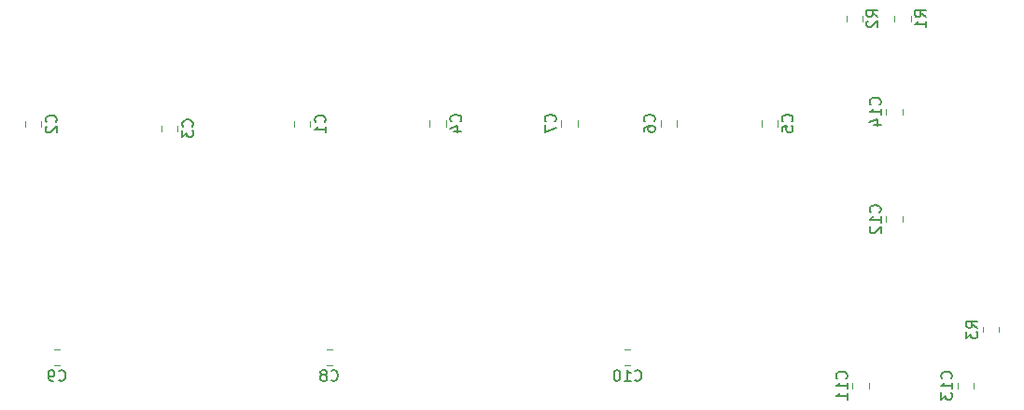
<source format=gbo>
G04 #@! TF.GenerationSoftware,KiCad,Pcbnew,(5.1.12-1-10_14)*
G04 #@! TF.CreationDate,2023-11-15T20:51:55-07:00*
G04 #@! TF.ProjectId,GenMemBlock,47656e4d-656d-4426-9c6f-636b2e6b6963,rev?*
G04 #@! TF.SameCoordinates,Original*
G04 #@! TF.FileFunction,Legend,Bot*
G04 #@! TF.FilePolarity,Positive*
%FSLAX46Y46*%
G04 Gerber Fmt 4.6, Leading zero omitted, Abs format (unit mm)*
G04 Created by KiCad (PCBNEW (5.1.12-1-10_14)) date 2023-11-15 20:51:55*
%MOMM*%
%LPD*%
G01*
G04 APERTURE LIST*
%ADD10C,0.120000*%
%ADD11C,0.150000*%
%ADD12O,1.700000X1.700000*%
%ADD13R,1.700000X1.700000*%
%ADD14R,1.778000X6.985000*%
G04 APERTURE END LIST*
D10*
X116559000Y-83304748D02*
X116559000Y-83827252D01*
X115089000Y-83304748D02*
X115089000Y-83827252D01*
X121566000Y-108196748D02*
X121566000Y-108719252D01*
X123036000Y-108196748D02*
X123036000Y-108719252D01*
X115089000Y-93083748D02*
X115089000Y-93606252D01*
X116559000Y-93083748D02*
X116559000Y-93606252D01*
X112041000Y-108196748D02*
X112041000Y-108719252D01*
X113511000Y-108196748D02*
X113511000Y-108719252D01*
X123826600Y-103150936D02*
X123826600Y-103605064D01*
X125296600Y-103150936D02*
X125296600Y-103605064D01*
X38454000Y-84952252D02*
X38454000Y-84429748D01*
X36984000Y-84952252D02*
X36984000Y-84429748D01*
X75157000Y-84901452D02*
X75157000Y-84378948D01*
X73687000Y-84901452D02*
X73687000Y-84378948D01*
X94616600Y-84378948D02*
X94616600Y-84901452D01*
X96086600Y-84378948D02*
X96086600Y-84901452D01*
X91381948Y-106653000D02*
X91904452Y-106653000D01*
X91381948Y-105183000D02*
X91904452Y-105183000D01*
X39616748Y-106653000D02*
X40139252Y-106653000D01*
X39616748Y-105183000D02*
X40139252Y-105183000D01*
X64305548Y-106653000D02*
X64828052Y-106653000D01*
X64305548Y-105183000D02*
X64828052Y-105183000D01*
X85625000Y-84378948D02*
X85625000Y-84901452D01*
X87095000Y-84378948D02*
X87095000Y-84901452D01*
X105230600Y-84901452D02*
X105230600Y-84378948D01*
X103760600Y-84901452D02*
X103760600Y-84378948D01*
X50836500Y-85351252D02*
X50836500Y-84828748D01*
X49366500Y-85351252D02*
X49366500Y-84828748D01*
X62850700Y-84952252D02*
X62850700Y-84429748D01*
X61380700Y-84952252D02*
X61380700Y-84429748D01*
X112952200Y-75360264D02*
X112952200Y-74906136D01*
X111482200Y-75360264D02*
X111482200Y-74906136D01*
X117321000Y-75360264D02*
X117321000Y-74906136D01*
X115851000Y-75360264D02*
X115851000Y-74906136D01*
D11*
X114501142Y-82923142D02*
X114548761Y-82875523D01*
X114596380Y-82732666D01*
X114596380Y-82637428D01*
X114548761Y-82494571D01*
X114453523Y-82399333D01*
X114358285Y-82351714D01*
X114167809Y-82304095D01*
X114024952Y-82304095D01*
X113834476Y-82351714D01*
X113739238Y-82399333D01*
X113644000Y-82494571D01*
X113596380Y-82637428D01*
X113596380Y-82732666D01*
X113644000Y-82875523D01*
X113691619Y-82923142D01*
X114596380Y-83875523D02*
X114596380Y-83304095D01*
X114596380Y-83589809D02*
X113596380Y-83589809D01*
X113739238Y-83494571D01*
X113834476Y-83399333D01*
X113882095Y-83304095D01*
X113929714Y-84732666D02*
X114596380Y-84732666D01*
X113548761Y-84494571D02*
X114263047Y-84256476D01*
X114263047Y-84875523D01*
X120978142Y-107815142D02*
X121025761Y-107767523D01*
X121073380Y-107624666D01*
X121073380Y-107529428D01*
X121025761Y-107386571D01*
X120930523Y-107291333D01*
X120835285Y-107243714D01*
X120644809Y-107196095D01*
X120501952Y-107196095D01*
X120311476Y-107243714D01*
X120216238Y-107291333D01*
X120121000Y-107386571D01*
X120073380Y-107529428D01*
X120073380Y-107624666D01*
X120121000Y-107767523D01*
X120168619Y-107815142D01*
X121073380Y-108767523D02*
X121073380Y-108196095D01*
X121073380Y-108481809D02*
X120073380Y-108481809D01*
X120216238Y-108386571D01*
X120311476Y-108291333D01*
X120359095Y-108196095D01*
X120073380Y-109100857D02*
X120073380Y-109719904D01*
X120454333Y-109386571D01*
X120454333Y-109529428D01*
X120501952Y-109624666D01*
X120549571Y-109672285D01*
X120644809Y-109719904D01*
X120882904Y-109719904D01*
X120978142Y-109672285D01*
X121025761Y-109624666D01*
X121073380Y-109529428D01*
X121073380Y-109243714D01*
X121025761Y-109148476D01*
X120978142Y-109100857D01*
X114501142Y-92702142D02*
X114548761Y-92654523D01*
X114596380Y-92511666D01*
X114596380Y-92416428D01*
X114548761Y-92273571D01*
X114453523Y-92178333D01*
X114358285Y-92130714D01*
X114167809Y-92083095D01*
X114024952Y-92083095D01*
X113834476Y-92130714D01*
X113739238Y-92178333D01*
X113644000Y-92273571D01*
X113596380Y-92416428D01*
X113596380Y-92511666D01*
X113644000Y-92654523D01*
X113691619Y-92702142D01*
X114596380Y-93654523D02*
X114596380Y-93083095D01*
X114596380Y-93368809D02*
X113596380Y-93368809D01*
X113739238Y-93273571D01*
X113834476Y-93178333D01*
X113882095Y-93083095D01*
X113691619Y-94035476D02*
X113644000Y-94083095D01*
X113596380Y-94178333D01*
X113596380Y-94416428D01*
X113644000Y-94511666D01*
X113691619Y-94559285D01*
X113786857Y-94606904D01*
X113882095Y-94606904D01*
X114024952Y-94559285D01*
X114596380Y-93987857D01*
X114596380Y-94606904D01*
X111453142Y-107815142D02*
X111500761Y-107767523D01*
X111548380Y-107624666D01*
X111548380Y-107529428D01*
X111500761Y-107386571D01*
X111405523Y-107291333D01*
X111310285Y-107243714D01*
X111119809Y-107196095D01*
X110976952Y-107196095D01*
X110786476Y-107243714D01*
X110691238Y-107291333D01*
X110596000Y-107386571D01*
X110548380Y-107529428D01*
X110548380Y-107624666D01*
X110596000Y-107767523D01*
X110643619Y-107815142D01*
X111548380Y-108767523D02*
X111548380Y-108196095D01*
X111548380Y-108481809D02*
X110548380Y-108481809D01*
X110691238Y-108386571D01*
X110786476Y-108291333D01*
X110834095Y-108196095D01*
X111548380Y-109719904D02*
X111548380Y-109148476D01*
X111548380Y-109434190D02*
X110548380Y-109434190D01*
X110691238Y-109338952D01*
X110786476Y-109243714D01*
X110834095Y-109148476D01*
X123363980Y-103211333D02*
X122887790Y-102878000D01*
X123363980Y-102639904D02*
X122363980Y-102639904D01*
X122363980Y-103020857D01*
X122411600Y-103116095D01*
X122459219Y-103163714D01*
X122554457Y-103211333D01*
X122697314Y-103211333D01*
X122792552Y-103163714D01*
X122840171Y-103116095D01*
X122887790Y-103020857D01*
X122887790Y-102639904D01*
X122363980Y-103544666D02*
X122363980Y-104163714D01*
X122744933Y-103830380D01*
X122744933Y-103973238D01*
X122792552Y-104068476D01*
X122840171Y-104116095D01*
X122935409Y-104163714D01*
X123173504Y-104163714D01*
X123268742Y-104116095D01*
X123316361Y-104068476D01*
X123363980Y-103973238D01*
X123363980Y-103687523D01*
X123316361Y-103592285D01*
X123268742Y-103544666D01*
X39756142Y-84524333D02*
X39803761Y-84476714D01*
X39851380Y-84333857D01*
X39851380Y-84238619D01*
X39803761Y-84095761D01*
X39708523Y-84000523D01*
X39613285Y-83952904D01*
X39422809Y-83905285D01*
X39279952Y-83905285D01*
X39089476Y-83952904D01*
X38994238Y-84000523D01*
X38899000Y-84095761D01*
X38851380Y-84238619D01*
X38851380Y-84333857D01*
X38899000Y-84476714D01*
X38946619Y-84524333D01*
X38946619Y-84905285D02*
X38899000Y-84952904D01*
X38851380Y-85048142D01*
X38851380Y-85286238D01*
X38899000Y-85381476D01*
X38946619Y-85429095D01*
X39041857Y-85476714D01*
X39137095Y-85476714D01*
X39279952Y-85429095D01*
X39851380Y-84857666D01*
X39851380Y-85476714D01*
X76459142Y-84473533D02*
X76506761Y-84425914D01*
X76554380Y-84283057D01*
X76554380Y-84187819D01*
X76506761Y-84044961D01*
X76411523Y-83949723D01*
X76316285Y-83902104D01*
X76125809Y-83854485D01*
X75982952Y-83854485D01*
X75792476Y-83902104D01*
X75697238Y-83949723D01*
X75602000Y-84044961D01*
X75554380Y-84187819D01*
X75554380Y-84283057D01*
X75602000Y-84425914D01*
X75649619Y-84473533D01*
X75887714Y-85330676D02*
X76554380Y-85330676D01*
X75506761Y-85092580D02*
X76221047Y-84854485D01*
X76221047Y-85473533D01*
X94028742Y-84473533D02*
X94076361Y-84425914D01*
X94123980Y-84283057D01*
X94123980Y-84187819D01*
X94076361Y-84044961D01*
X93981123Y-83949723D01*
X93885885Y-83902104D01*
X93695409Y-83854485D01*
X93552552Y-83854485D01*
X93362076Y-83902104D01*
X93266838Y-83949723D01*
X93171600Y-84044961D01*
X93123980Y-84187819D01*
X93123980Y-84283057D01*
X93171600Y-84425914D01*
X93219219Y-84473533D01*
X93123980Y-85330676D02*
X93123980Y-85140200D01*
X93171600Y-85044961D01*
X93219219Y-84997342D01*
X93362076Y-84902104D01*
X93552552Y-84854485D01*
X93933504Y-84854485D01*
X94028742Y-84902104D01*
X94076361Y-84949723D01*
X94123980Y-85044961D01*
X94123980Y-85235438D01*
X94076361Y-85330676D01*
X94028742Y-85378295D01*
X93933504Y-85425914D01*
X93695409Y-85425914D01*
X93600171Y-85378295D01*
X93552552Y-85330676D01*
X93504933Y-85235438D01*
X93504933Y-85044961D01*
X93552552Y-84949723D01*
X93600171Y-84902104D01*
X93695409Y-84854485D01*
X92286057Y-107955142D02*
X92333676Y-108002761D01*
X92476533Y-108050380D01*
X92571771Y-108050380D01*
X92714628Y-108002761D01*
X92809866Y-107907523D01*
X92857485Y-107812285D01*
X92905104Y-107621809D01*
X92905104Y-107478952D01*
X92857485Y-107288476D01*
X92809866Y-107193238D01*
X92714628Y-107098000D01*
X92571771Y-107050380D01*
X92476533Y-107050380D01*
X92333676Y-107098000D01*
X92286057Y-107145619D01*
X91333676Y-108050380D02*
X91905104Y-108050380D01*
X91619390Y-108050380D02*
X91619390Y-107050380D01*
X91714628Y-107193238D01*
X91809866Y-107288476D01*
X91905104Y-107336095D01*
X90714628Y-107050380D02*
X90619390Y-107050380D01*
X90524152Y-107098000D01*
X90476533Y-107145619D01*
X90428914Y-107240857D01*
X90381295Y-107431333D01*
X90381295Y-107669428D01*
X90428914Y-107859904D01*
X90476533Y-107955142D01*
X90524152Y-108002761D01*
X90619390Y-108050380D01*
X90714628Y-108050380D01*
X90809866Y-108002761D01*
X90857485Y-107955142D01*
X90905104Y-107859904D01*
X90952723Y-107669428D01*
X90952723Y-107431333D01*
X90905104Y-107240857D01*
X90857485Y-107145619D01*
X90809866Y-107098000D01*
X90714628Y-107050380D01*
X40044666Y-107955142D02*
X40092285Y-108002761D01*
X40235142Y-108050380D01*
X40330380Y-108050380D01*
X40473238Y-108002761D01*
X40568476Y-107907523D01*
X40616095Y-107812285D01*
X40663714Y-107621809D01*
X40663714Y-107478952D01*
X40616095Y-107288476D01*
X40568476Y-107193238D01*
X40473238Y-107098000D01*
X40330380Y-107050380D01*
X40235142Y-107050380D01*
X40092285Y-107098000D01*
X40044666Y-107145619D01*
X39568476Y-108050380D02*
X39378000Y-108050380D01*
X39282761Y-108002761D01*
X39235142Y-107955142D01*
X39139904Y-107812285D01*
X39092285Y-107621809D01*
X39092285Y-107240857D01*
X39139904Y-107145619D01*
X39187523Y-107098000D01*
X39282761Y-107050380D01*
X39473238Y-107050380D01*
X39568476Y-107098000D01*
X39616095Y-107145619D01*
X39663714Y-107240857D01*
X39663714Y-107478952D01*
X39616095Y-107574190D01*
X39568476Y-107621809D01*
X39473238Y-107669428D01*
X39282761Y-107669428D01*
X39187523Y-107621809D01*
X39139904Y-107574190D01*
X39092285Y-107478952D01*
X64733466Y-107955142D02*
X64781085Y-108002761D01*
X64923942Y-108050380D01*
X65019180Y-108050380D01*
X65162038Y-108002761D01*
X65257276Y-107907523D01*
X65304895Y-107812285D01*
X65352514Y-107621809D01*
X65352514Y-107478952D01*
X65304895Y-107288476D01*
X65257276Y-107193238D01*
X65162038Y-107098000D01*
X65019180Y-107050380D01*
X64923942Y-107050380D01*
X64781085Y-107098000D01*
X64733466Y-107145619D01*
X64162038Y-107478952D02*
X64257276Y-107431333D01*
X64304895Y-107383714D01*
X64352514Y-107288476D01*
X64352514Y-107240857D01*
X64304895Y-107145619D01*
X64257276Y-107098000D01*
X64162038Y-107050380D01*
X63971561Y-107050380D01*
X63876323Y-107098000D01*
X63828704Y-107145619D01*
X63781085Y-107240857D01*
X63781085Y-107288476D01*
X63828704Y-107383714D01*
X63876323Y-107431333D01*
X63971561Y-107478952D01*
X64162038Y-107478952D01*
X64257276Y-107526571D01*
X64304895Y-107574190D01*
X64352514Y-107669428D01*
X64352514Y-107859904D01*
X64304895Y-107955142D01*
X64257276Y-108002761D01*
X64162038Y-108050380D01*
X63971561Y-108050380D01*
X63876323Y-108002761D01*
X63828704Y-107955142D01*
X63781085Y-107859904D01*
X63781085Y-107669428D01*
X63828704Y-107574190D01*
X63876323Y-107526571D01*
X63971561Y-107478952D01*
X85037142Y-84473533D02*
X85084761Y-84425914D01*
X85132380Y-84283057D01*
X85132380Y-84187819D01*
X85084761Y-84044961D01*
X84989523Y-83949723D01*
X84894285Y-83902104D01*
X84703809Y-83854485D01*
X84560952Y-83854485D01*
X84370476Y-83902104D01*
X84275238Y-83949723D01*
X84180000Y-84044961D01*
X84132380Y-84187819D01*
X84132380Y-84283057D01*
X84180000Y-84425914D01*
X84227619Y-84473533D01*
X84132380Y-84806866D02*
X84132380Y-85473533D01*
X85132380Y-85044961D01*
X106532742Y-84473533D02*
X106580361Y-84425914D01*
X106627980Y-84283057D01*
X106627980Y-84187819D01*
X106580361Y-84044961D01*
X106485123Y-83949723D01*
X106389885Y-83902104D01*
X106199409Y-83854485D01*
X106056552Y-83854485D01*
X105866076Y-83902104D01*
X105770838Y-83949723D01*
X105675600Y-84044961D01*
X105627980Y-84187819D01*
X105627980Y-84283057D01*
X105675600Y-84425914D01*
X105723219Y-84473533D01*
X105627980Y-85378295D02*
X105627980Y-84902104D01*
X106104171Y-84854485D01*
X106056552Y-84902104D01*
X106008933Y-84997342D01*
X106008933Y-85235438D01*
X106056552Y-85330676D01*
X106104171Y-85378295D01*
X106199409Y-85425914D01*
X106437504Y-85425914D01*
X106532742Y-85378295D01*
X106580361Y-85330676D01*
X106627980Y-85235438D01*
X106627980Y-84997342D01*
X106580361Y-84902104D01*
X106532742Y-84854485D01*
X52138642Y-84923333D02*
X52186261Y-84875714D01*
X52233880Y-84732857D01*
X52233880Y-84637619D01*
X52186261Y-84494761D01*
X52091023Y-84399523D01*
X51995785Y-84351904D01*
X51805309Y-84304285D01*
X51662452Y-84304285D01*
X51471976Y-84351904D01*
X51376738Y-84399523D01*
X51281500Y-84494761D01*
X51233880Y-84637619D01*
X51233880Y-84732857D01*
X51281500Y-84875714D01*
X51329119Y-84923333D01*
X51233880Y-85256666D02*
X51233880Y-85875714D01*
X51614833Y-85542380D01*
X51614833Y-85685238D01*
X51662452Y-85780476D01*
X51710071Y-85828095D01*
X51805309Y-85875714D01*
X52043404Y-85875714D01*
X52138642Y-85828095D01*
X52186261Y-85780476D01*
X52233880Y-85685238D01*
X52233880Y-85399523D01*
X52186261Y-85304285D01*
X52138642Y-85256666D01*
X64152842Y-84524333D02*
X64200461Y-84476714D01*
X64248080Y-84333857D01*
X64248080Y-84238619D01*
X64200461Y-84095761D01*
X64105223Y-84000523D01*
X64009985Y-83952904D01*
X63819509Y-83905285D01*
X63676652Y-83905285D01*
X63486176Y-83952904D01*
X63390938Y-84000523D01*
X63295700Y-84095761D01*
X63248080Y-84238619D01*
X63248080Y-84333857D01*
X63295700Y-84476714D01*
X63343319Y-84524333D01*
X64248080Y-85476714D02*
X64248080Y-84905285D01*
X64248080Y-85191000D02*
X63248080Y-85191000D01*
X63390938Y-85095761D01*
X63486176Y-85000523D01*
X63533795Y-84905285D01*
X114319580Y-74966533D02*
X113843390Y-74633200D01*
X114319580Y-74395104D02*
X113319580Y-74395104D01*
X113319580Y-74776057D01*
X113367200Y-74871295D01*
X113414819Y-74918914D01*
X113510057Y-74966533D01*
X113652914Y-74966533D01*
X113748152Y-74918914D01*
X113795771Y-74871295D01*
X113843390Y-74776057D01*
X113843390Y-74395104D01*
X113414819Y-75347485D02*
X113367200Y-75395104D01*
X113319580Y-75490342D01*
X113319580Y-75728438D01*
X113367200Y-75823676D01*
X113414819Y-75871295D01*
X113510057Y-75918914D01*
X113605295Y-75918914D01*
X113748152Y-75871295D01*
X114319580Y-75299866D01*
X114319580Y-75918914D01*
X118688380Y-74966533D02*
X118212190Y-74633200D01*
X118688380Y-74395104D02*
X117688380Y-74395104D01*
X117688380Y-74776057D01*
X117736000Y-74871295D01*
X117783619Y-74918914D01*
X117878857Y-74966533D01*
X118021714Y-74966533D01*
X118116952Y-74918914D01*
X118164571Y-74871295D01*
X118212190Y-74776057D01*
X118212190Y-74395104D01*
X118688380Y-75918914D02*
X118688380Y-75347485D01*
X118688380Y-75633200D02*
X117688380Y-75633200D01*
X117831238Y-75537961D01*
X117926476Y-75442723D01*
X117974095Y-75347485D01*
%LPC*%
D12*
X126238000Y-66040000D03*
X123698000Y-66040000D03*
X121158000Y-66040000D03*
X118618000Y-66040000D03*
X116078000Y-66040000D03*
X113538000Y-66040000D03*
D13*
X110998000Y-66040000D03*
D12*
X122037000Y-74140000D03*
X124577000Y-74140000D03*
X122037000Y-76680000D03*
X124577000Y-76680000D03*
X122037000Y-79220000D03*
X124577000Y-79220000D03*
X122037000Y-81760000D03*
X124577000Y-81760000D03*
X122037000Y-84300000D03*
X124577000Y-84300000D03*
X122037000Y-86840000D03*
X124577000Y-86840000D03*
X122037000Y-89380000D03*
X124577000Y-89380000D03*
X122037000Y-91920000D03*
X124577000Y-91920000D03*
X122037000Y-94460000D03*
X124577000Y-94460000D03*
X122037000Y-97000000D03*
D13*
X124577000Y-97000000D03*
G36*
G01*
X115349000Y-84016000D02*
X116299000Y-84016000D01*
G75*
G02*
X116549000Y-84266000I0J-250000D01*
G01*
X116549000Y-84941000D01*
G75*
G02*
X116299000Y-85191000I-250000J0D01*
G01*
X115349000Y-85191000D01*
G75*
G02*
X115099000Y-84941000I0J250000D01*
G01*
X115099000Y-84266000D01*
G75*
G02*
X115349000Y-84016000I250000J0D01*
G01*
G37*
G36*
G01*
X115349000Y-81941000D02*
X116299000Y-81941000D01*
G75*
G02*
X116549000Y-82191000I0J-250000D01*
G01*
X116549000Y-82866000D01*
G75*
G02*
X116299000Y-83116000I-250000J0D01*
G01*
X115349000Y-83116000D01*
G75*
G02*
X115099000Y-82866000I0J250000D01*
G01*
X115099000Y-82191000D01*
G75*
G02*
X115349000Y-81941000I250000J0D01*
G01*
G37*
G36*
G01*
X121826000Y-108908000D02*
X122776000Y-108908000D01*
G75*
G02*
X123026000Y-109158000I0J-250000D01*
G01*
X123026000Y-109833000D01*
G75*
G02*
X122776000Y-110083000I-250000J0D01*
G01*
X121826000Y-110083000D01*
G75*
G02*
X121576000Y-109833000I0J250000D01*
G01*
X121576000Y-109158000D01*
G75*
G02*
X121826000Y-108908000I250000J0D01*
G01*
G37*
G36*
G01*
X121826000Y-106833000D02*
X122776000Y-106833000D01*
G75*
G02*
X123026000Y-107083000I0J-250000D01*
G01*
X123026000Y-107758000D01*
G75*
G02*
X122776000Y-108008000I-250000J0D01*
G01*
X121826000Y-108008000D01*
G75*
G02*
X121576000Y-107758000I0J250000D01*
G01*
X121576000Y-107083000D01*
G75*
G02*
X121826000Y-106833000I250000J0D01*
G01*
G37*
G36*
G01*
X115349000Y-93795000D02*
X116299000Y-93795000D01*
G75*
G02*
X116549000Y-94045000I0J-250000D01*
G01*
X116549000Y-94720000D01*
G75*
G02*
X116299000Y-94970000I-250000J0D01*
G01*
X115349000Y-94970000D01*
G75*
G02*
X115099000Y-94720000I0J250000D01*
G01*
X115099000Y-94045000D01*
G75*
G02*
X115349000Y-93795000I250000J0D01*
G01*
G37*
G36*
G01*
X115349000Y-91720000D02*
X116299000Y-91720000D01*
G75*
G02*
X116549000Y-91970000I0J-250000D01*
G01*
X116549000Y-92645000D01*
G75*
G02*
X116299000Y-92895000I-250000J0D01*
G01*
X115349000Y-92895000D01*
G75*
G02*
X115099000Y-92645000I0J250000D01*
G01*
X115099000Y-91970000D01*
G75*
G02*
X115349000Y-91720000I250000J0D01*
G01*
G37*
G36*
G01*
X112301000Y-108908000D02*
X113251000Y-108908000D01*
G75*
G02*
X113501000Y-109158000I0J-250000D01*
G01*
X113501000Y-109833000D01*
G75*
G02*
X113251000Y-110083000I-250000J0D01*
G01*
X112301000Y-110083000D01*
G75*
G02*
X112051000Y-109833000I0J250000D01*
G01*
X112051000Y-109158000D01*
G75*
G02*
X112301000Y-108908000I250000J0D01*
G01*
G37*
G36*
G01*
X112301000Y-106833000D02*
X113251000Y-106833000D01*
G75*
G02*
X113501000Y-107083000I0J-250000D01*
G01*
X113501000Y-107758000D01*
G75*
G02*
X113251000Y-108008000I-250000J0D01*
G01*
X112301000Y-108008000D01*
G75*
G02*
X112051000Y-107758000I0J250000D01*
G01*
X112051000Y-107083000D01*
G75*
G02*
X112301000Y-106833000I250000J0D01*
G01*
G37*
D14*
X40640000Y-130810000D03*
X45720000Y-130810000D03*
X48260000Y-130810000D03*
X43180000Y-130810000D03*
X50800000Y-130810000D03*
X114300000Y-130810000D03*
X111760000Y-130810000D03*
X116840000Y-130810000D03*
X109220000Y-130810000D03*
X119380000Y-130810000D03*
X53340000Y-130810000D03*
X55880000Y-130810000D03*
X58420000Y-130810000D03*
X60960000Y-130810000D03*
X63500000Y-130810000D03*
X66040000Y-130810000D03*
X68580000Y-130810000D03*
X71120000Y-130810000D03*
X73660000Y-130810000D03*
X76200000Y-130810000D03*
X78740000Y-130810000D03*
X81280000Y-130810000D03*
X83820000Y-130810000D03*
X86360000Y-130810000D03*
X88900000Y-130810000D03*
X91440000Y-130810000D03*
X93980000Y-130810000D03*
X96520000Y-130810000D03*
X99060000Y-130810000D03*
X101600000Y-130810000D03*
X104140000Y-130810000D03*
X106680000Y-130810000D03*
G36*
G01*
X124111599Y-103778000D02*
X125011601Y-103778000D01*
G75*
G02*
X125261600Y-104027999I0J-249999D01*
G01*
X125261600Y-104728001D01*
G75*
G02*
X125011601Y-104978000I-249999J0D01*
G01*
X124111599Y-104978000D01*
G75*
G02*
X123861600Y-104728001I0J249999D01*
G01*
X123861600Y-104027999D01*
G75*
G02*
X124111599Y-103778000I249999J0D01*
G01*
G37*
G36*
G01*
X124111599Y-101778000D02*
X125011601Y-101778000D01*
G75*
G02*
X125261600Y-102027999I0J-249999D01*
G01*
X125261600Y-102728001D01*
G75*
G02*
X125011601Y-102978000I-249999J0D01*
G01*
X124111599Y-102978000D01*
G75*
G02*
X123861600Y-102728001I0J249999D01*
G01*
X123861600Y-102027999D01*
G75*
G02*
X124111599Y-101778000I249999J0D01*
G01*
G37*
D12*
X35789000Y-76690000D03*
X35789000Y-74150000D03*
X38329000Y-76690000D03*
X38329000Y-74150000D03*
X40869000Y-76690000D03*
X40869000Y-74150000D03*
X43409000Y-76690000D03*
X43409000Y-74150000D03*
X45949000Y-76690000D03*
X45949000Y-74150000D03*
X48489000Y-76690000D03*
X48489000Y-74150000D03*
X51029000Y-76690000D03*
X51029000Y-74150000D03*
X53569000Y-76690000D03*
X53569000Y-74150000D03*
X56109000Y-76690000D03*
X56109000Y-74150000D03*
X58649000Y-76690000D03*
X58649000Y-74150000D03*
X61189000Y-76690000D03*
X61189000Y-74150000D03*
X63729000Y-76690000D03*
X63729000Y-74150000D03*
X66269000Y-76690000D03*
D13*
X66269000Y-74150000D03*
G36*
G01*
X38194000Y-84241000D02*
X37244000Y-84241000D01*
G75*
G02*
X36994000Y-83991000I0J250000D01*
G01*
X36994000Y-83316000D01*
G75*
G02*
X37244000Y-83066000I250000J0D01*
G01*
X38194000Y-83066000D01*
G75*
G02*
X38444000Y-83316000I0J-250000D01*
G01*
X38444000Y-83991000D01*
G75*
G02*
X38194000Y-84241000I-250000J0D01*
G01*
G37*
G36*
G01*
X38194000Y-86316000D02*
X37244000Y-86316000D01*
G75*
G02*
X36994000Y-86066000I0J250000D01*
G01*
X36994000Y-85391000D01*
G75*
G02*
X37244000Y-85141000I250000J0D01*
G01*
X38194000Y-85141000D01*
G75*
G02*
X38444000Y-85391000I0J-250000D01*
G01*
X38444000Y-86066000D01*
G75*
G02*
X38194000Y-86316000I-250000J0D01*
G01*
G37*
X66167000Y-117043200D03*
D12*
X66167000Y-114503200D03*
X68707000Y-117043200D03*
X68707000Y-114503200D03*
X71247000Y-117043200D03*
X71247000Y-114503200D03*
X73787000Y-117043200D03*
X73787000Y-114503200D03*
X76327000Y-117043200D03*
X76327000Y-114503200D03*
G36*
G01*
X74897000Y-84190200D02*
X73947000Y-84190200D01*
G75*
G02*
X73697000Y-83940200I0J250000D01*
G01*
X73697000Y-83265200D01*
G75*
G02*
X73947000Y-83015200I250000J0D01*
G01*
X74897000Y-83015200D01*
G75*
G02*
X75147000Y-83265200I0J-250000D01*
G01*
X75147000Y-83940200D01*
G75*
G02*
X74897000Y-84190200I-250000J0D01*
G01*
G37*
G36*
G01*
X74897000Y-86265200D02*
X73947000Y-86265200D01*
G75*
G02*
X73697000Y-86015200I0J250000D01*
G01*
X73697000Y-85340200D01*
G75*
G02*
X73947000Y-85090200I250000J0D01*
G01*
X74897000Y-85090200D01*
G75*
G02*
X75147000Y-85340200I0J-250000D01*
G01*
X75147000Y-86015200D01*
G75*
G02*
X74897000Y-86265200I-250000J0D01*
G01*
G37*
G36*
G01*
X94876600Y-85090200D02*
X95826600Y-85090200D01*
G75*
G02*
X96076600Y-85340200I0J-250000D01*
G01*
X96076600Y-86015200D01*
G75*
G02*
X95826600Y-86265200I-250000J0D01*
G01*
X94876600Y-86265200D01*
G75*
G02*
X94626600Y-86015200I0J250000D01*
G01*
X94626600Y-85340200D01*
G75*
G02*
X94876600Y-85090200I250000J0D01*
G01*
G37*
G36*
G01*
X94876600Y-83015200D02*
X95826600Y-83015200D01*
G75*
G02*
X96076600Y-83265200I0J-250000D01*
G01*
X96076600Y-83940200D01*
G75*
G02*
X95826600Y-84190200I-250000J0D01*
G01*
X94876600Y-84190200D01*
G75*
G02*
X94626600Y-83940200I0J250000D01*
G01*
X94626600Y-83265200D01*
G75*
G02*
X94876600Y-83015200I250000J0D01*
G01*
G37*
G36*
G01*
X92093200Y-106393000D02*
X92093200Y-105443000D01*
G75*
G02*
X92343200Y-105193000I250000J0D01*
G01*
X93018200Y-105193000D01*
G75*
G02*
X93268200Y-105443000I0J-250000D01*
G01*
X93268200Y-106393000D01*
G75*
G02*
X93018200Y-106643000I-250000J0D01*
G01*
X92343200Y-106643000D01*
G75*
G02*
X92093200Y-106393000I0J250000D01*
G01*
G37*
G36*
G01*
X90018200Y-106393000D02*
X90018200Y-105443000D01*
G75*
G02*
X90268200Y-105193000I250000J0D01*
G01*
X90943200Y-105193000D01*
G75*
G02*
X91193200Y-105443000I0J-250000D01*
G01*
X91193200Y-106393000D01*
G75*
G02*
X90943200Y-106643000I-250000J0D01*
G01*
X90268200Y-106643000D01*
G75*
G02*
X90018200Y-106393000I0J250000D01*
G01*
G37*
G36*
G01*
X40328000Y-106393000D02*
X40328000Y-105443000D01*
G75*
G02*
X40578000Y-105193000I250000J0D01*
G01*
X41253000Y-105193000D01*
G75*
G02*
X41503000Y-105443000I0J-250000D01*
G01*
X41503000Y-106393000D01*
G75*
G02*
X41253000Y-106643000I-250000J0D01*
G01*
X40578000Y-106643000D01*
G75*
G02*
X40328000Y-106393000I0J250000D01*
G01*
G37*
G36*
G01*
X38253000Y-106393000D02*
X38253000Y-105443000D01*
G75*
G02*
X38503000Y-105193000I250000J0D01*
G01*
X39178000Y-105193000D01*
G75*
G02*
X39428000Y-105443000I0J-250000D01*
G01*
X39428000Y-106393000D01*
G75*
G02*
X39178000Y-106643000I-250000J0D01*
G01*
X38503000Y-106643000D01*
G75*
G02*
X38253000Y-106393000I0J250000D01*
G01*
G37*
G36*
G01*
X65016800Y-106393000D02*
X65016800Y-105443000D01*
G75*
G02*
X65266800Y-105193000I250000J0D01*
G01*
X65941800Y-105193000D01*
G75*
G02*
X66191800Y-105443000I0J-250000D01*
G01*
X66191800Y-106393000D01*
G75*
G02*
X65941800Y-106643000I-250000J0D01*
G01*
X65266800Y-106643000D01*
G75*
G02*
X65016800Y-106393000I0J250000D01*
G01*
G37*
G36*
G01*
X62941800Y-106393000D02*
X62941800Y-105443000D01*
G75*
G02*
X63191800Y-105193000I250000J0D01*
G01*
X63866800Y-105193000D01*
G75*
G02*
X64116800Y-105443000I0J-250000D01*
G01*
X64116800Y-106393000D01*
G75*
G02*
X63866800Y-106643000I-250000J0D01*
G01*
X63191800Y-106643000D01*
G75*
G02*
X62941800Y-106393000I0J250000D01*
G01*
G37*
G36*
G01*
X85885000Y-85090200D02*
X86835000Y-85090200D01*
G75*
G02*
X87085000Y-85340200I0J-250000D01*
G01*
X87085000Y-86015200D01*
G75*
G02*
X86835000Y-86265200I-250000J0D01*
G01*
X85885000Y-86265200D01*
G75*
G02*
X85635000Y-86015200I0J250000D01*
G01*
X85635000Y-85340200D01*
G75*
G02*
X85885000Y-85090200I250000J0D01*
G01*
G37*
G36*
G01*
X85885000Y-83015200D02*
X86835000Y-83015200D01*
G75*
G02*
X87085000Y-83265200I0J-250000D01*
G01*
X87085000Y-83940200D01*
G75*
G02*
X86835000Y-84190200I-250000J0D01*
G01*
X85885000Y-84190200D01*
G75*
G02*
X85635000Y-83940200I0J250000D01*
G01*
X85635000Y-83265200D01*
G75*
G02*
X85885000Y-83015200I250000J0D01*
G01*
G37*
G36*
G01*
X104970600Y-84190200D02*
X104020600Y-84190200D01*
G75*
G02*
X103770600Y-83940200I0J250000D01*
G01*
X103770600Y-83265200D01*
G75*
G02*
X104020600Y-83015200I250000J0D01*
G01*
X104970600Y-83015200D01*
G75*
G02*
X105220600Y-83265200I0J-250000D01*
G01*
X105220600Y-83940200D01*
G75*
G02*
X104970600Y-84190200I-250000J0D01*
G01*
G37*
G36*
G01*
X104970600Y-86265200D02*
X104020600Y-86265200D01*
G75*
G02*
X103770600Y-86015200I0J250000D01*
G01*
X103770600Y-85340200D01*
G75*
G02*
X104020600Y-85090200I250000J0D01*
G01*
X104970600Y-85090200D01*
G75*
G02*
X105220600Y-85340200I0J-250000D01*
G01*
X105220600Y-86015200D01*
G75*
G02*
X104970600Y-86265200I-250000J0D01*
G01*
G37*
G36*
G01*
X50576500Y-84640000D02*
X49626500Y-84640000D01*
G75*
G02*
X49376500Y-84390000I0J250000D01*
G01*
X49376500Y-83715000D01*
G75*
G02*
X49626500Y-83465000I250000J0D01*
G01*
X50576500Y-83465000D01*
G75*
G02*
X50826500Y-83715000I0J-250000D01*
G01*
X50826500Y-84390000D01*
G75*
G02*
X50576500Y-84640000I-250000J0D01*
G01*
G37*
G36*
G01*
X50576500Y-86715000D02*
X49626500Y-86715000D01*
G75*
G02*
X49376500Y-86465000I0J250000D01*
G01*
X49376500Y-85790000D01*
G75*
G02*
X49626500Y-85540000I250000J0D01*
G01*
X50576500Y-85540000D01*
G75*
G02*
X50826500Y-85790000I0J-250000D01*
G01*
X50826500Y-86465000D01*
G75*
G02*
X50576500Y-86715000I-250000J0D01*
G01*
G37*
G36*
G01*
X62590700Y-84241000D02*
X61640700Y-84241000D01*
G75*
G02*
X61390700Y-83991000I0J250000D01*
G01*
X61390700Y-83316000D01*
G75*
G02*
X61640700Y-83066000I250000J0D01*
G01*
X62590700Y-83066000D01*
G75*
G02*
X62840700Y-83316000I0J-250000D01*
G01*
X62840700Y-83991000D01*
G75*
G02*
X62590700Y-84241000I-250000J0D01*
G01*
G37*
G36*
G01*
X62590700Y-86316000D02*
X61640700Y-86316000D01*
G75*
G02*
X61390700Y-86066000I0J250000D01*
G01*
X61390700Y-85391000D01*
G75*
G02*
X61640700Y-85141000I250000J0D01*
G01*
X62590700Y-85141000D01*
G75*
G02*
X62840700Y-85391000I0J-250000D01*
G01*
X62840700Y-86066000D01*
G75*
G02*
X62590700Y-86316000I-250000J0D01*
G01*
G37*
X94107000Y-114503200D03*
X94107000Y-117043200D03*
X91567000Y-114503200D03*
X91567000Y-117043200D03*
X89027000Y-114503200D03*
X89027000Y-117043200D03*
X86487000Y-114503200D03*
X86487000Y-117043200D03*
X83947000Y-114503200D03*
D13*
X83947000Y-117043200D03*
X101727000Y-117043200D03*
D12*
X101727000Y-114503200D03*
X104267000Y-117043200D03*
X104267000Y-114503200D03*
X106807000Y-117043200D03*
X106807000Y-114503200D03*
X109347000Y-117043200D03*
X109347000Y-114503200D03*
X111887000Y-117043200D03*
X111887000Y-114503200D03*
X114427000Y-117043200D03*
X114427000Y-114503200D03*
X116967000Y-117043200D03*
X116967000Y-114503200D03*
X119507000Y-117043200D03*
X119507000Y-114503200D03*
X122047000Y-117043200D03*
X122047000Y-114503200D03*
X124587000Y-117043200D03*
X124587000Y-114503200D03*
X58572400Y-114503200D03*
X58572400Y-117043200D03*
X56032400Y-114503200D03*
X56032400Y-117043200D03*
X53492400Y-114503200D03*
X53492400Y-117043200D03*
X50952400Y-114503200D03*
X50952400Y-117043200D03*
X48412400Y-114503200D03*
X48412400Y-117043200D03*
X45872400Y-114503200D03*
X45872400Y-117043200D03*
X43332400Y-114503200D03*
X43332400Y-117043200D03*
X40792400Y-114503200D03*
X40792400Y-117043200D03*
X38252400Y-114503200D03*
X38252400Y-117043200D03*
X35712400Y-114503200D03*
D13*
X35712400Y-117043200D03*
D12*
X83921600Y-76690000D03*
X83921600Y-74150000D03*
X86461600Y-76690000D03*
X86461600Y-74150000D03*
X89001600Y-76690000D03*
X89001600Y-74150000D03*
X91541600Y-76690000D03*
X91541600Y-74150000D03*
X94081600Y-76690000D03*
X94081600Y-74150000D03*
X96621600Y-76690000D03*
X96621600Y-74150000D03*
X99161600Y-76690000D03*
X99161600Y-74150000D03*
X101701600Y-76690000D03*
X101701600Y-74150000D03*
X104241600Y-76690000D03*
X104241600Y-74150000D03*
X106781600Y-76690000D03*
D13*
X106781600Y-74150000D03*
G36*
G01*
X112667201Y-74733200D02*
X111767199Y-74733200D01*
G75*
G02*
X111517200Y-74483201I0J249999D01*
G01*
X111517200Y-73783199D01*
G75*
G02*
X111767199Y-73533200I249999J0D01*
G01*
X112667201Y-73533200D01*
G75*
G02*
X112917200Y-73783199I0J-249999D01*
G01*
X112917200Y-74483201D01*
G75*
G02*
X112667201Y-74733200I-249999J0D01*
G01*
G37*
G36*
G01*
X112667201Y-76733200D02*
X111767199Y-76733200D01*
G75*
G02*
X111517200Y-76483201I0J249999D01*
G01*
X111517200Y-75783199D01*
G75*
G02*
X111767199Y-75533200I249999J0D01*
G01*
X112667201Y-75533200D01*
G75*
G02*
X112917200Y-75783199I0J-249999D01*
G01*
X112917200Y-76483201D01*
G75*
G02*
X112667201Y-76733200I-249999J0D01*
G01*
G37*
G36*
G01*
X117036001Y-74733200D02*
X116135999Y-74733200D01*
G75*
G02*
X115886000Y-74483201I0J249999D01*
G01*
X115886000Y-73783199D01*
G75*
G02*
X116135999Y-73533200I249999J0D01*
G01*
X117036001Y-73533200D01*
G75*
G02*
X117286000Y-73783199I0J-249999D01*
G01*
X117286000Y-74483201D01*
G75*
G02*
X117036001Y-74733200I-249999J0D01*
G01*
G37*
G36*
G01*
X117036001Y-76733200D02*
X116135999Y-76733200D01*
G75*
G02*
X115886000Y-76483201I0J249999D01*
G01*
X115886000Y-75783199D01*
G75*
G02*
X116135999Y-75533200I249999J0D01*
G01*
X117036001Y-75533200D01*
G75*
G02*
X117286000Y-75783199I0J-249999D01*
G01*
X117286000Y-76483201D01*
G75*
G02*
X117036001Y-76733200I-249999J0D01*
G01*
G37*
M02*

</source>
